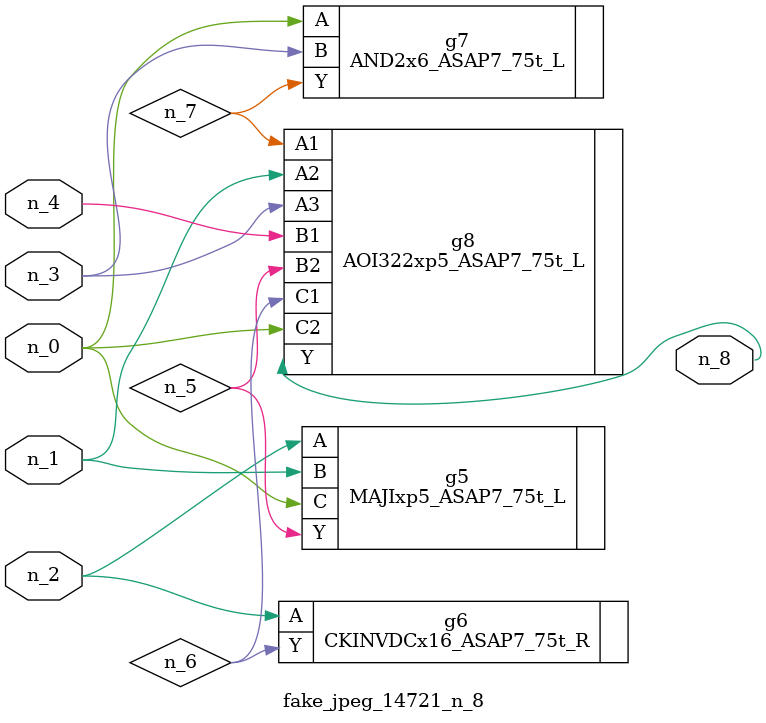
<source format=v>
module fake_jpeg_14721_n_8 (n_3, n_2, n_1, n_0, n_4, n_8);

input n_3;
input n_2;
input n_1;
input n_0;
input n_4;

output n_8;

wire n_6;
wire n_5;
wire n_7;

MAJIxp5_ASAP7_75t_L g5 ( 
.A(n_2),
.B(n_1),
.C(n_0),
.Y(n_5)
);

CKINVDCx16_ASAP7_75t_R g6 ( 
.A(n_2),
.Y(n_6)
);

AND2x6_ASAP7_75t_L g7 ( 
.A(n_0),
.B(n_3),
.Y(n_7)
);

AOI322xp5_ASAP7_75t_L g8 ( 
.A1(n_7),
.A2(n_1),
.A3(n_3),
.B1(n_4),
.B2(n_5),
.C1(n_6),
.C2(n_0),
.Y(n_8)
);


endmodule
</source>
